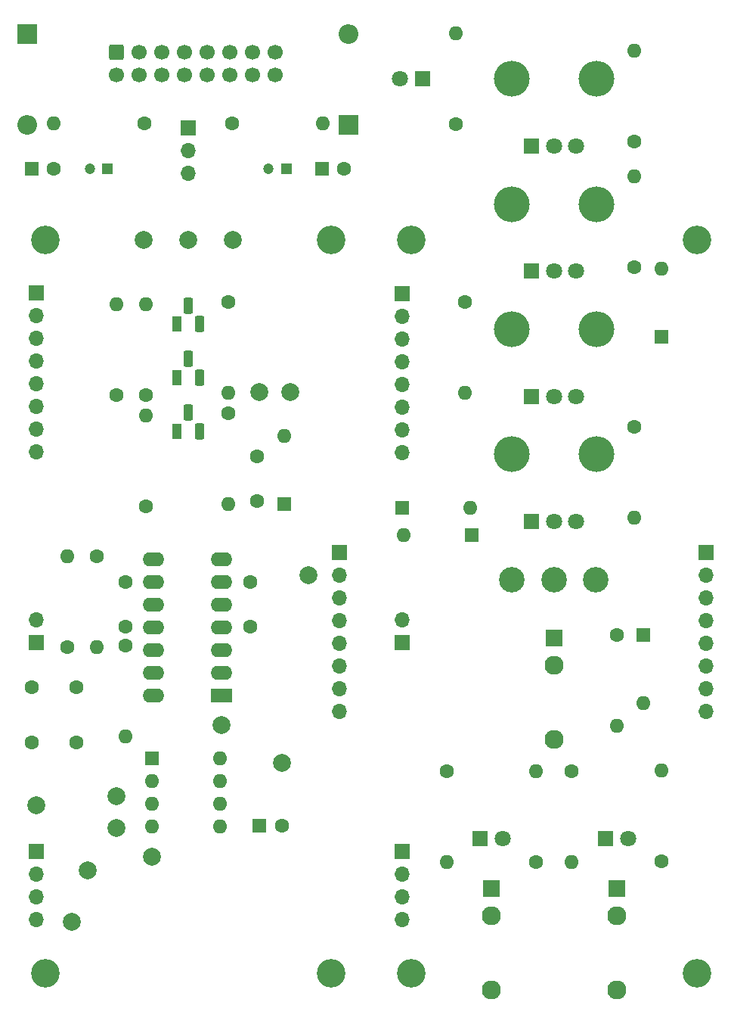
<source format=gts>
G04 #@! TF.GenerationSoftware,KiCad,Pcbnew,8.0.2-1*
G04 #@! TF.CreationDate,2024-06-17T10:00:25+02:00*
G04 #@! TF.ProjectId,7555,37353535-2e6b-4696-9361-645f70636258,rev?*
G04 #@! TF.SameCoordinates,Original*
G04 #@! TF.FileFunction,Soldermask,Top*
G04 #@! TF.FilePolarity,Negative*
%FSLAX46Y46*%
G04 Gerber Fmt 4.6, Leading zero omitted, Abs format (unit mm)*
G04 Created by KiCad (PCBNEW 8.0.2-1) date 2024-06-17 10:00:25*
%MOMM*%
%LPD*%
G01*
G04 APERTURE LIST*
G04 Aperture macros list*
%AMRoundRect*
0 Rectangle with rounded corners*
0 $1 Rounding radius*
0 $2 $3 $4 $5 $6 $7 $8 $9 X,Y pos of 4 corners*
0 Add a 4 corners polygon primitive as box body*
4,1,4,$2,$3,$4,$5,$6,$7,$8,$9,$2,$3,0*
0 Add four circle primitives for the rounded corners*
1,1,$1+$1,$2,$3*
1,1,$1+$1,$4,$5*
1,1,$1+$1,$6,$7*
1,1,$1+$1,$8,$9*
0 Add four rect primitives between the rounded corners*
20,1,$1+$1,$2,$3,$4,$5,0*
20,1,$1+$1,$4,$5,$6,$7,0*
20,1,$1+$1,$6,$7,$8,$9,0*
20,1,$1+$1,$8,$9,$2,$3,0*%
G04 Aperture macros list end*
%ADD10C,1.600000*%
%ADD11O,1.600000X1.600000*%
%ADD12R,1.600000X1.600000*%
%ADD13O,4.000000X4.000000*%
%ADD14R,1.800000X1.800000*%
%ADD15C,1.800000*%
%ADD16R,1.700000X1.700000*%
%ADD17O,1.700000X1.700000*%
%ADD18C,3.200000*%
%ADD19R,1.100000X1.800000*%
%ADD20RoundRect,0.275000X-0.275000X-0.625000X0.275000X-0.625000X0.275000X0.625000X-0.275000X0.625000X0*%
%ADD21C,2.850000*%
%ADD22R,1.930000X1.830000*%
%ADD23C,2.130000*%
%ADD24R,2.400000X1.600000*%
%ADD25O,2.400000X1.600000*%
%ADD26R,2.200000X2.200000*%
%ADD27O,2.200000X2.200000*%
%ADD28C,2.000000*%
%ADD29R,1.200000X1.200000*%
%ADD30C,1.200000*%
%ADD31RoundRect,0.250000X-0.600000X0.600000X-0.600000X-0.600000X0.600000X-0.600000X0.600000X0.600000X0*%
%ADD32C,1.700000*%
G04 APERTURE END LIST*
D10*
X99000000Y-134420000D03*
D11*
X99000000Y-144580000D03*
D12*
X121000000Y-119190000D03*
D11*
X121000000Y-126810000D03*
D13*
X106250000Y-71000000D03*
X115750000Y-71000000D03*
D14*
X108500000Y-78500000D03*
D15*
X111000000Y-78500000D03*
X113500000Y-78500000D03*
D12*
X80750000Y-104560000D03*
D11*
X80750000Y-96940000D03*
D10*
X74500000Y-94400000D03*
D11*
X74500000Y-104560000D03*
D16*
X53000000Y-80920000D03*
D17*
X53000000Y-83460000D03*
X53000000Y-86000000D03*
X53000000Y-88540000D03*
X53000000Y-91080000D03*
X53000000Y-93620000D03*
X53000000Y-96160000D03*
X53000000Y-98700000D03*
D10*
X59750000Y-110420000D03*
D11*
X59750000Y-120580000D03*
D10*
X120000000Y-95920000D03*
D11*
X120000000Y-106080000D03*
D12*
X94000000Y-105000000D03*
D11*
X101620000Y-105000000D03*
D10*
X109000000Y-144580000D03*
D11*
X109000000Y-134420000D03*
D14*
X102730000Y-142000000D03*
D15*
X105270000Y-142000000D03*
D18*
X95000000Y-75000000D03*
D10*
X123000000Y-144530000D03*
D11*
X123000000Y-134370000D03*
D19*
X68750000Y-90400000D03*
D20*
X70020000Y-88330000D03*
X71290000Y-90400000D03*
D18*
X127000000Y-75000000D03*
D13*
X106250000Y-85000000D03*
X115750000Y-85000000D03*
D14*
X108500000Y-92500000D03*
D15*
X111000000Y-92500000D03*
X113500000Y-92500000D03*
D10*
X77000000Y-118250000D03*
X77000000Y-113250000D03*
D18*
X54000000Y-157000000D03*
D21*
X106300000Y-113000000D03*
X111000000Y-113000000D03*
X115700000Y-113000000D03*
D10*
X101000000Y-81920000D03*
D11*
X101000000Y-92080000D03*
D10*
X74920000Y-62000000D03*
D11*
X85080000Y-62000000D03*
D19*
X68750000Y-84400000D03*
D20*
X70020000Y-82330000D03*
X71290000Y-84400000D03*
D10*
X74500000Y-81970000D03*
D11*
X74500000Y-92130000D03*
D22*
X111000000Y-119520000D03*
D23*
X111000000Y-130920000D03*
X111000000Y-122620000D03*
D10*
X56500000Y-120580000D03*
D11*
X56500000Y-110420000D03*
D18*
X54000000Y-75000000D03*
D24*
X73800000Y-126000000D03*
D25*
X73800000Y-123460000D03*
X73800000Y-120920000D03*
X73800000Y-118380000D03*
X73800000Y-115840000D03*
X73800000Y-113300000D03*
X73800000Y-110760000D03*
X66180000Y-110760000D03*
X66180000Y-113300000D03*
X66180000Y-115840000D03*
X66180000Y-118380000D03*
X66180000Y-120920000D03*
X66180000Y-123460000D03*
X66180000Y-126000000D03*
D10*
X118000000Y-119170000D03*
D11*
X118000000Y-129330000D03*
D19*
X68750000Y-96400000D03*
D20*
X70020000Y-94330000D03*
X71290000Y-96400000D03*
D14*
X116730000Y-142000000D03*
D15*
X119270000Y-142000000D03*
D10*
X113000000Y-134420000D03*
D11*
X113000000Y-144580000D03*
D10*
X120000000Y-64030000D03*
D11*
X120000000Y-53870000D03*
D10*
X120000000Y-78080000D03*
D11*
X120000000Y-67920000D03*
D22*
X104000000Y-147520000D03*
D23*
X104000000Y-158920000D03*
X104000000Y-150620000D03*
D26*
X52000000Y-51950000D03*
D27*
X52000000Y-62110000D03*
D14*
X96270000Y-57000000D03*
D15*
X93730000Y-57000000D03*
D16*
X53000000Y-143380000D03*
D17*
X53000000Y-145920000D03*
X53000000Y-148460000D03*
X53000000Y-151000000D03*
D18*
X127000000Y-157000000D03*
X86000000Y-75000000D03*
X95000000Y-157000000D03*
D22*
X118000000Y-147520000D03*
D23*
X118000000Y-158920000D03*
X118000000Y-150620000D03*
D10*
X63000000Y-113250000D03*
X63000000Y-118250000D03*
D26*
X88000000Y-62160000D03*
D27*
X88000000Y-52000000D03*
D10*
X77750000Y-99250000D03*
X77750000Y-104250000D03*
D18*
X86000000Y-157000000D03*
D12*
X123000000Y-85810000D03*
D11*
X123000000Y-78190000D03*
D10*
X65250000Y-104830000D03*
D11*
X65250000Y-94670000D03*
D10*
X65250000Y-92330000D03*
D11*
X65250000Y-82170000D03*
D16*
X87000000Y-110000000D03*
D17*
X87000000Y-112540000D03*
X87000000Y-115080000D03*
X87000000Y-117620000D03*
X87000000Y-120160000D03*
X87000000Y-122700000D03*
X87000000Y-125240000D03*
X87000000Y-127780000D03*
D12*
X101810000Y-108000000D03*
D11*
X94190000Y-108000000D03*
D13*
X106250000Y-57000000D03*
X115750000Y-57000000D03*
D14*
X108500000Y-64500000D03*
D15*
X111000000Y-64500000D03*
X113500000Y-64500000D03*
D12*
X66000000Y-133000000D03*
D11*
X66000000Y-135540000D03*
X66000000Y-138080000D03*
X66000000Y-140620000D03*
X73620000Y-140620000D03*
X73620000Y-138080000D03*
X73620000Y-135540000D03*
X73620000Y-133000000D03*
D10*
X62000000Y-92330000D03*
D11*
X62000000Y-82170000D03*
D10*
X65080000Y-62000000D03*
D11*
X54920000Y-62000000D03*
D10*
X100000000Y-62080000D03*
D11*
X100000000Y-51920000D03*
D10*
X63000000Y-120420000D03*
D11*
X63000000Y-130580000D03*
D13*
X106250000Y-99000000D03*
X115750000Y-99000000D03*
D14*
X108500000Y-106500000D03*
D15*
X111000000Y-106500000D03*
X113500000Y-106500000D03*
D16*
X53000000Y-120000000D03*
D17*
X53000000Y-117460000D03*
D28*
X66000000Y-144000000D03*
D10*
X52500000Y-125000000D03*
X57500000Y-125000000D03*
D12*
X78000000Y-140500000D03*
D10*
X80500000Y-140500000D03*
D12*
X85000000Y-67000000D03*
D10*
X87500000Y-67000000D03*
D16*
X94000000Y-81000000D03*
D17*
X94000000Y-83540000D03*
X94000000Y-86080000D03*
X94000000Y-88620000D03*
X94000000Y-91160000D03*
X94000000Y-93700000D03*
X94000000Y-96240000D03*
X94000000Y-98780000D03*
D28*
X83500000Y-112500000D03*
D29*
X81000000Y-67000000D03*
D30*
X79000000Y-67000000D03*
D31*
X62000000Y-54000000D03*
D32*
X62000000Y-56540000D03*
X64540000Y-54000000D03*
X64540000Y-56540000D03*
X67080000Y-54000000D03*
X67080000Y-56540000D03*
X69620000Y-54000000D03*
X69620000Y-56540000D03*
X72160000Y-54000000D03*
X72160000Y-56540000D03*
X74700000Y-54000000D03*
X74700000Y-56540000D03*
X77240000Y-54000000D03*
X77240000Y-56540000D03*
X79780000Y-54000000D03*
X79780000Y-56540000D03*
D28*
X73750000Y-129250000D03*
X70000000Y-75000000D03*
X81500000Y-92000000D03*
X75000000Y-75000000D03*
X62000000Y-140750000D03*
X58750000Y-145500000D03*
D16*
X128000000Y-110000000D03*
D17*
X128000000Y-112540000D03*
X128000000Y-115080000D03*
X128000000Y-117620000D03*
X128000000Y-120160000D03*
X128000000Y-122700000D03*
X128000000Y-125240000D03*
X128000000Y-127780000D03*
D10*
X52500000Y-131200000D03*
X57500000Y-131200000D03*
D28*
X78000000Y-92000000D03*
D16*
X94000000Y-120000000D03*
D17*
X94000000Y-117460000D03*
D28*
X62000000Y-137250000D03*
X65000000Y-75000000D03*
D29*
X61000000Y-67000000D03*
D30*
X59000000Y-67000000D03*
D16*
X70000000Y-62475000D03*
D17*
X70000000Y-65015000D03*
X70000000Y-67555000D03*
D16*
X94000000Y-143380000D03*
D17*
X94000000Y-145920000D03*
X94000000Y-148460000D03*
X94000000Y-151000000D03*
D28*
X57000000Y-151250000D03*
X80500000Y-133500000D03*
D12*
X52500000Y-67000000D03*
D10*
X55000000Y-67000000D03*
D28*
X53000000Y-138250000D03*
M02*

</source>
